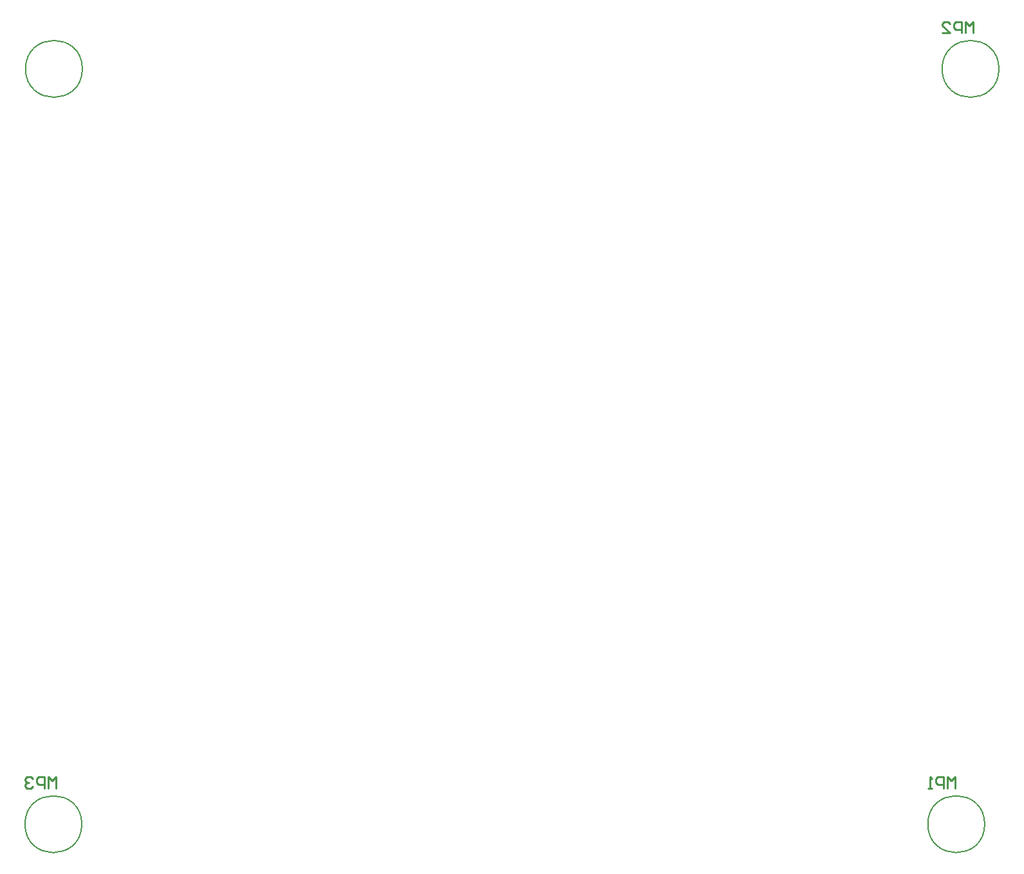
<source format=gbo>
G04*
G04 #@! TF.GenerationSoftware,Altium Limited,Altium Designer,22.7.1 (60)*
G04*
G04 Layer_Color=32896*
%FSLAX44Y44*%
%MOMM*%
G71*
G04*
G04 #@! TF.SameCoordinates,34B7A8A0-57E4-4CCA-9FD8-BF788A575D18*
G04*
G04*
G04 #@! TF.FilePolarity,Positive*
G04*
G01*
G75*
%ADD16C,0.2540*%
%ADD80C,0.1500*%
D16*
X62484Y107442D02*
Y122677D01*
X57406Y117599D01*
X52327Y122677D01*
Y107442D01*
X47249D02*
Y122677D01*
X39631D01*
X37092Y120138D01*
Y115059D01*
X39631Y112520D01*
X47249D01*
X32014Y120138D02*
X29475Y122677D01*
X24396D01*
X21857Y120138D01*
Y117599D01*
X24396Y115059D01*
X26936D01*
X24396D01*
X21857Y112520D01*
Y109981D01*
X24396Y107442D01*
X29475D01*
X32014Y109981D01*
X1268984Y1101090D02*
Y1116325D01*
X1263906Y1111247D01*
X1258827Y1116325D01*
Y1101090D01*
X1253749D02*
Y1116325D01*
X1246131D01*
X1243592Y1113786D01*
Y1108708D01*
X1246131Y1106168D01*
X1253749D01*
X1228357Y1101090D02*
X1238514D01*
X1228357Y1111247D01*
Y1113786D01*
X1230896Y1116325D01*
X1235975D01*
X1238514Y1113786D01*
X1245108Y107442D02*
Y122677D01*
X1240030Y117599D01*
X1234951Y122677D01*
Y107442D01*
X1229873D02*
Y122677D01*
X1222255D01*
X1219716Y120138D01*
Y115059D01*
X1222255Y112520D01*
X1229873D01*
X1214638Y107442D02*
X1209559D01*
X1212099D01*
Y122677D01*
X1214638Y120138D01*
D80*
X96831Y1054100D02*
G03*
X96831Y1054100I-37395J0D01*
G01*
X96069Y60452D02*
G03*
X96069Y60452I-37395J0D01*
G01*
X1302569Y1054100D02*
G03*
X1302569Y1054100I-37395J0D01*
G01*
X1283773Y60452D02*
G03*
X1283773Y60452I-37395J0D01*
G01*
M02*

</source>
